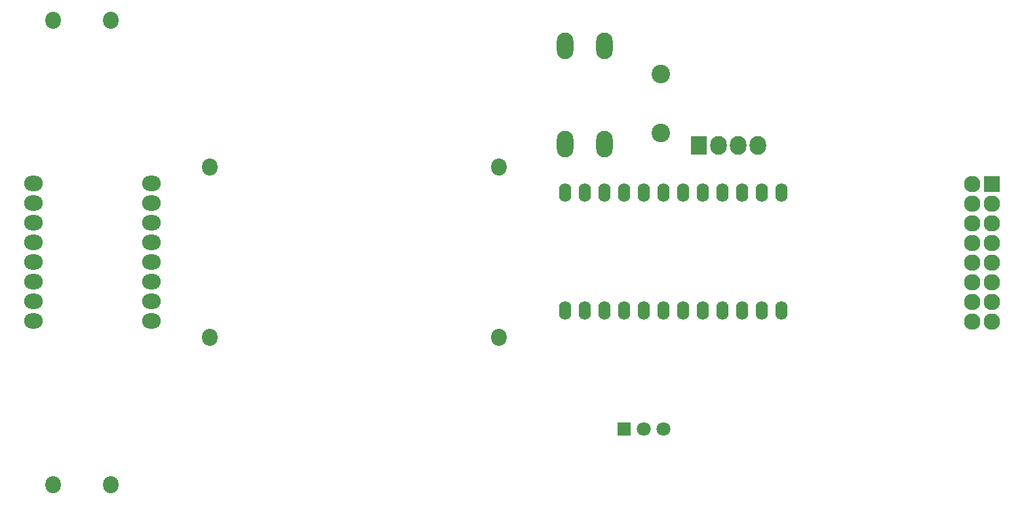
<source format=gbs>
G04 #@! TF.FileFunction,Soldermask,Bot*
%FSLAX46Y46*%
G04 Gerber Fmt 4.6, Leading zero omitted, Abs format (unit mm)*
G04 Created by KiCad (PCBNEW 4.0.5+dfsg1-4~bpo8+1) date Sun Mar 12 21:32:37 2017*
%MOMM*%
%LPD*%
G01*
G04 APERTURE LIST*
%ADD10C,0.100000*%
%ADD11O,2.000000X2.200000*%
%ADD12R,1.797000X1.797000*%
%ADD13C,1.797000*%
%ADD14O,2.127200X3.448000*%
%ADD15R,2.127200X2.127200*%
%ADD16O,2.127200X2.127200*%
%ADD17C,2.398980*%
%ADD18O,1.600000X2.400000*%
%ADD19R,2.127200X2.432000*%
%ADD20O,2.127200X2.432000*%
%ADD21O,2.400000X2.000000*%
G04 APERTURE END LIST*
D10*
D11*
X98550000Y-135000000D03*
X106050000Y-135000000D03*
X156170000Y-116000000D03*
X156170000Y-116000000D03*
X118830000Y-116000000D03*
X118830000Y-94000000D03*
X118830000Y-94000000D03*
X156170000Y-94000000D03*
X98550000Y-75000000D03*
X106050000Y-75000000D03*
D12*
X172320000Y-127860000D03*
D13*
X174860000Y-127860000D03*
X177400000Y-127860000D03*
D14*
X169780000Y-91030000D03*
X164700000Y-91030000D03*
X169780000Y-78330000D03*
X164700000Y-78330000D03*
D15*
X219790000Y-96130000D03*
D16*
X217250000Y-96130000D03*
X219790000Y-98670000D03*
X217250000Y-98670000D03*
X219790000Y-101210000D03*
X217250000Y-101210000D03*
X219790000Y-103750000D03*
X217250000Y-103750000D03*
X219790000Y-106290000D03*
X217250000Y-106290000D03*
X219790000Y-108830000D03*
X217250000Y-108830000D03*
X219790000Y-111370000D03*
X217250000Y-111370000D03*
X219790000Y-113910000D03*
X217250000Y-113910000D03*
D17*
X177005000Y-81925000D03*
X177005000Y-89545000D03*
D18*
X192640000Y-112520008D03*
X192640000Y-97280003D03*
X190100000Y-112520008D03*
X190100000Y-97280003D03*
X187560000Y-112520008D03*
X187560000Y-97280003D03*
X185020000Y-112520008D03*
X185020000Y-97280003D03*
X182480000Y-112520008D03*
X182480000Y-97280003D03*
X179940000Y-112520008D03*
X179940000Y-97280003D03*
X177400000Y-112520008D03*
X177400000Y-97280003D03*
X174860000Y-112520008D03*
X174860000Y-97280003D03*
X172320000Y-112520008D03*
X172320000Y-97280003D03*
X169780000Y-112520008D03*
X169780000Y-97280003D03*
X167240000Y-112520008D03*
X167240000Y-97280003D03*
X164700000Y-112520008D03*
X164700000Y-97280003D03*
D19*
X181972000Y-91157000D03*
D20*
X184512000Y-91157000D03*
X187052000Y-91157000D03*
X189592000Y-91157000D03*
D21*
X96050000Y-96110000D03*
X96050000Y-98650000D03*
X96050000Y-101190000D03*
X96050000Y-103730000D03*
X96050000Y-106270000D03*
X96050000Y-108810000D03*
X96050000Y-111350000D03*
X96050000Y-113890000D03*
X111290000Y-113890000D03*
X111290000Y-111350000D03*
X111290000Y-108810000D03*
X111290000Y-106270000D03*
X111290000Y-103730000D03*
X111290000Y-101190000D03*
X111290000Y-98650000D03*
X111290000Y-96110000D03*
M02*

</source>
